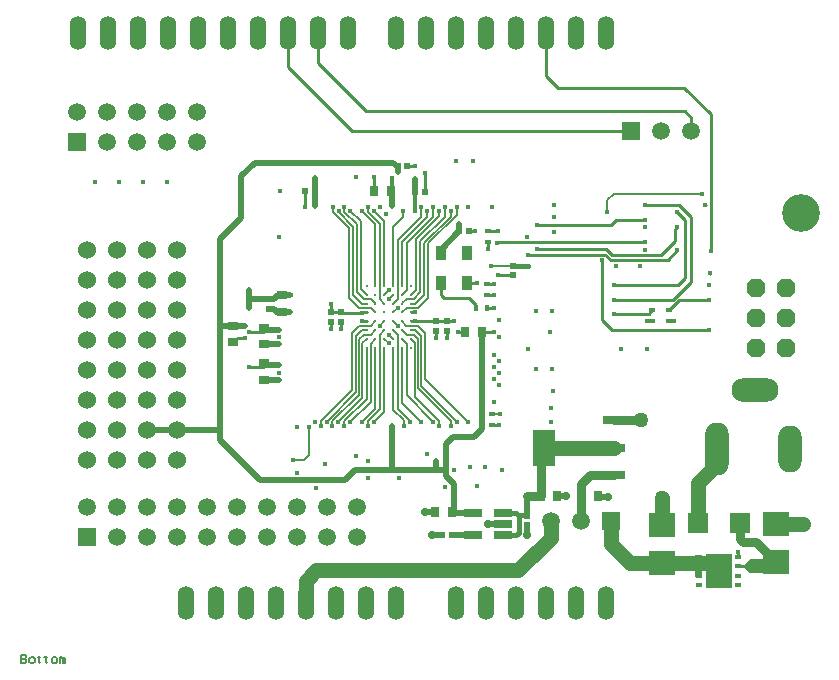
<source format=gbl>
%FSTAX23Y23*%
%MOIN*%
G70*
G01*
G75*
G04 Layer_Physical_Order=4*
G04 Layer_Color=16711680*
%ADD10O,0.071X0.012*%
%ADD11O,0.012X0.071*%
%ADD12O,0.073X0.014*%
%ADD13R,0.081X0.028*%
%ADD14R,0.022X0.018*%
%ADD15R,0.028X0.035*%
%ADD16R,0.035X0.028*%
%ADD17R,0.020X0.020*%
%ADD18R,0.020X0.020*%
%ADD19R,0.018X0.022*%
%ADD20C,0.010*%
%ADD21C,0.005*%
%ADD22C,0.020*%
%ADD23C,0.030*%
%ADD24O,0.157X0.079*%
%ADD25O,0.079X0.157*%
%ADD26O,0.079X0.177*%
%ADD27R,0.059X0.059*%
%ADD28C,0.059*%
%ADD29C,0.060*%
%ADD30P,0.067X8X112.5*%
%ADD31O,0.056X0.112*%
%ADD32C,0.126*%
%ADD33C,0.020*%
%ADD34C,0.016*%
%ADD35C,0.016*%
%ADD36C,0.050*%
%ADD37C,0.028*%
%ADD38C,0.040*%
%ADD39R,0.702X0.254*%
%ADD40O,0.158X0.079*%
%ADD41O,0.079X0.158*%
%ADD42O,0.079X0.178*%
%ADD43C,0.075*%
G04:AMPARAMS|DCode=44|XSize=95.433mil|YSize=95.433mil|CornerRadius=0mil|HoleSize=0mil|Usage=FLASHONLY|Rotation=0.000|XOffset=0mil|YOffset=0mil|HoleType=Round|Shape=Relief|Width=10mil|Gap=10mil|Entries=4|*
%AMTHD44*
7,0,0,0.095,0.075,0.010,45*
%
%ADD44THD44*%
%ADD45C,0.076*%
G04:AMPARAMS|DCode=46|XSize=95.5mil|YSize=95.5mil|CornerRadius=0mil|HoleSize=0mil|Usage=FLASHONLY|Rotation=0.000|XOffset=0mil|YOffset=0mil|HoleType=Round|Shape=Relief|Width=10mil|Gap=10mil|Entries=4|*
%AMTHD46*
7,0,0,0.096,0.076,0.010,45*
%
%ADD46THD46*%
%ADD47C,0.078*%
%ADD48C,0.074*%
%ADD49C,0.166*%
%ADD50C,0.048*%
G04:AMPARAMS|DCode=51|XSize=70mil|YSize=70mil|CornerRadius=0mil|HoleSize=0mil|Usage=FLASHONLY|Rotation=0.000|XOffset=0mil|YOffset=0mil|HoleType=Round|Shape=Relief|Width=10mil|Gap=10mil|Entries=4|*
%AMTHD51*
7,0,0,0.070,0.050,0.010,45*
%
%ADD51THD51*%
%ADD52C,0.068*%
%ADD53C,0.056*%
%AMTHOVALD54*
21,1,0.079,0.099,0,0,180.0*
1,1,0.099,0.039,0.000*
1,1,0.099,-0.039,0.000*
21,0,0.079,0.079,0,0,180.0*
1,0,0.079,0.039,0.000*
1,0,0.079,-0.039,0.000*
4,0,4,0.036,0.004,0.071,0.039,0.078,0.032,0.043,-0.004,0.036,0.004,0.0*
4,0,4,-0.043,0.004,-0.078,-0.032,-0.071,-0.039,-0.036,-0.004,-0.043,0.004,0.0*
4,0,4,0.043,0.004,0.078,-0.032,0.071,-0.039,0.036,-0.004,0.043,0.004,0.0*
4,0,4,-0.036,0.004,-0.071,0.039,-0.078,0.032,-0.043,-0.004,-0.036,0.004,0.0*
%
%ADD54THOVALD54*%

%AMTHOVALD55*
21,1,0.079,0.099,0,0,270.0*
1,1,0.099,0.000,0.039*
1,1,0.099,0.000,-0.039*
21,0,0.079,0.079,0,0,270.0*
1,0,0.079,0.000,0.039*
1,0,0.079,0.000,-0.039*
4,0,4,-0.004,0.036,-0.039,0.071,-0.032,0.078,0.004,0.043,-0.004,0.036,0.0*
4,0,4,-0.004,-0.043,0.032,-0.078,0.039,-0.071,0.004,-0.036,-0.004,-0.043,0.0*
4,0,4,-0.004,0.043,0.032,0.078,0.039,0.071,0.004,0.036,-0.004,0.043,0.0*
4,0,4,-0.004,-0.036,-0.039,-0.071,-0.032,-0.078,0.004,-0.043,-0.004,-0.036,0.0*
%
%ADD55THOVALD55*%

G04:AMPARAMS|DCode=56|XSize=98mil|YSize=98mil|CornerRadius=0mil|HoleSize=0mil|Usage=FLASHONLY|Rotation=0.000|XOffset=0mil|YOffset=0mil|HoleType=Round|Shape=Relief|Width=10mil|Gap=10mil|Entries=4|*
%AMTHD56*
7,0,0,0.098,0.078,0.010,45*
%
%ADD56THD56*%
G04:AMPARAMS|DCode=57|XSize=94mil|YSize=94mil|CornerRadius=0mil|HoleSize=0mil|Usage=FLASHONLY|Rotation=0.000|XOffset=0mil|YOffset=0mil|HoleType=Round|Shape=Relief|Width=10mil|Gap=10mil|Entries=4|*
%AMTHD57*
7,0,0,0.094,0.074,0.010,45*
%
%ADD57THD57*%
G04:AMPARAMS|DCode=58|XSize=88mil|YSize=88mil|CornerRadius=0mil|HoleSize=0mil|Usage=FLASHONLY|Rotation=0.000|XOffset=0mil|YOffset=0mil|HoleType=Round|Shape=Relief|Width=10mil|Gap=10mil|Entries=4|*
%AMTHD58*
7,0,0,0.088,0.068,0.010,45*
%
%ADD58THD58*%
G04:AMPARAMS|DCode=59|XSize=76mil|YSize=76mil|CornerRadius=0mil|HoleSize=0mil|Usage=FLASHONLY|Rotation=0.000|XOffset=0mil|YOffset=0mil|HoleType=Round|Shape=Relief|Width=10mil|Gap=10mil|Entries=4|*
%AMTHD59*
7,0,0,0.076,0.056,0.010,45*
%
%ADD59THD59*%
%ADD60R,0.075X0.031*%
%ADD61R,0.075X0.122*%
%ADD62R,0.063X0.026*%
%ADD63R,0.087X0.118*%
%ADD64R,0.020X0.012*%
%ADD65C,0.012*%
%ADD66R,0.035X0.047*%
%ADD67R,0.067X0.066*%
%ADD68R,0.087X0.079*%
%ADD69C,0.050*%
%ADD70C,0.013*%
%ADD71C,0.015*%
G36*
X03271Y01186D02*
X03247D01*
Y0126D01*
X03271D01*
Y01186D01*
D02*
G37*
G36*
X03477Y01199D02*
X0343D01*
X03412Y01217D01*
Y01228D01*
X03431Y01247D01*
X03477D01*
Y01199D01*
D02*
G37*
D14*
X03105Y02076D02*
D03*
Y0204D02*
D03*
X02556Y02341D02*
D03*
Y02305D02*
D03*
X02555Y02127D02*
D03*
Y02163D02*
D03*
X02571Y01731D02*
D03*
Y01695D02*
D03*
X03161Y02076D02*
D03*
Y0204D02*
D03*
D15*
X02733Y01456D02*
D03*
X02789D02*
D03*
X0238Y01402D02*
D03*
X02436D02*
D03*
X02235Y02474D02*
D03*
X02179D02*
D03*
X02538Y02005D02*
D03*
X02482D02*
D03*
X02867Y01456D02*
D03*
X02923D02*
D03*
D16*
X01812Y019D02*
D03*
Y01844D02*
D03*
Y02018D02*
D03*
Y01962D02*
D03*
X0187Y0207D02*
D03*
Y02126D02*
D03*
X01707Y02025D02*
D03*
Y01969D02*
D03*
D17*
X02437Y01326D02*
D03*
X02405D02*
D03*
X02494Y02341D02*
D03*
X02462D02*
D03*
X02347Y02471D02*
D03*
X02315D02*
D03*
X01949Y02473D02*
D03*
X0198D02*
D03*
X02256Y02558D02*
D03*
X02288D02*
D03*
D18*
X02068Y02069D02*
D03*
Y02037D02*
D03*
X02385Y0204D02*
D03*
Y02008D02*
D03*
X02688Y01391D02*
D03*
Y01359D02*
D03*
X02642Y02193D02*
D03*
Y02225D02*
D03*
X01827Y02113D02*
D03*
Y02081D02*
D03*
X0242Y0204D02*
D03*
Y02008D02*
D03*
X02033Y02069D02*
D03*
Y02037D02*
D03*
D19*
X02517Y02084D02*
D03*
X02553D02*
D03*
D20*
X02571Y01695D02*
X02593D01*
X02593Y01695D02*
X02593Y01695D01*
X0259Y02193D02*
X0259Y02193D01*
X02642D01*
X03282Y02428D02*
X03283D01*
X03156Y02244D02*
X03189Y02277D01*
X02949Y02261D02*
X02966Y02244D01*
X03133Y02259D02*
X03182Y02308D01*
X02972Y02259D02*
X03133D01*
X0295Y02281D02*
X02972Y02259D01*
X02966Y02244D02*
X03156D01*
X02721Y02281D02*
X0295D01*
X02692Y02261D02*
X02949D01*
X03182Y02308D02*
Y02345D01*
X02555Y02282D02*
X02556Y02283D01*
Y02305D01*
X02589Y02341D02*
X0259Y0234D01*
X02556Y02341D02*
X02589D01*
X02385Y01983D02*
Y02008D01*
X0242Y01983D02*
Y02008D01*
Y0204D02*
X02445D01*
X03516Y01362D02*
X0357D01*
X03392Y01271D02*
X03392Y01271D01*
X03392Y01254D02*
Y01271D01*
Y01223D02*
X03416D01*
X0272Y02361D02*
X02967D01*
X02984Y02378D01*
X03195Y0211D02*
X03293D01*
X03161Y02076D02*
X03195Y0211D01*
X03234Y0217D02*
Y02388D01*
X03175Y02111D02*
X03234Y0217D01*
X02977Y02111D02*
X03175D01*
X03094Y02065D02*
X03105Y02076D01*
X02977Y02065D02*
X03094D01*
X03178Y0204D02*
X03179Y02039D01*
X03161Y0204D02*
X03178D01*
X03086Y02039D02*
X03087Y0204D01*
X03105D01*
X02939Y02043D02*
Y02243D01*
X02971Y02011D02*
X03293D01*
X02939Y02043D02*
X02971Y02011D01*
X03194Y02428D02*
X03234Y02388D01*
X03081Y02428D02*
X03194D01*
X02976Y02159D02*
X03191D01*
X03214Y02182D01*
Y02377D01*
X03189Y02402D02*
X03214Y02377D01*
X03182Y02345D02*
X03189Y02352D01*
X02984Y02378D02*
X03081D01*
X0252Y02168D02*
X0252Y02168D01*
X02486Y02168D02*
X0252D01*
X02578Y02084D02*
X02578Y02084D01*
X02553Y02084D02*
X02578D01*
X02517D02*
Y02093D01*
X02494Y02116D02*
X02517Y02093D01*
X0241Y02116D02*
X02494D01*
X024Y02126D02*
X0241Y02116D01*
X024Y02126D02*
Y02168D01*
X02103Y02673D02*
X03035D01*
X03235D02*
Y02717D01*
X03213Y02739D02*
X03235Y02717D01*
X02033Y02071D02*
Y02096D01*
Y02071D02*
X02068D01*
X02072Y02068D02*
X02139D01*
X02068Y02071D02*
X02072Y02068D01*
X02033Y02014D02*
Y02039D01*
X02068Y02014D02*
Y02039D01*
X02382Y02041D02*
X02385Y02037D01*
X02315Y02041D02*
X02382D01*
X02385Y0204D02*
X0242D01*
X023Y02039D02*
X02314D01*
X0214D02*
X02153D01*
X02139Y02041D02*
X0214Y02039D01*
X02139Y02069D02*
X02153D01*
X023D02*
X02314D01*
X02315Y02069D01*
X0189Y02886D02*
X02103Y02673D01*
X0189Y02886D02*
Y03D01*
X0199Y02899D02*
X0215Y02739D01*
X0199Y02899D02*
Y03D01*
X0215Y02739D02*
X03213D01*
X0279Y02817D02*
X03212D01*
X0275Y02857D02*
X0279Y02817D01*
X0275Y02857D02*
Y03D01*
X03212Y02817D02*
X033Y02729D01*
Y02273D02*
Y02729D01*
X01762Y02005D02*
X01809D01*
X01762Y01888D02*
X0181D01*
X01723Y01985D02*
X01747D01*
X01707Y01969D02*
X01723Y01985D01*
X01949Y02422D02*
Y02473D01*
X01948Y02421D02*
X01949Y02422D01*
X02288Y02558D02*
X02314D01*
X02179Y02474D02*
Y02519D01*
X02347Y02471D02*
Y02535D01*
X0308Y02302D02*
X03081Y02303D01*
X02588Y02301D02*
X02589Y02302D01*
X0308D01*
X02538Y02005D02*
X02578D01*
X02457D02*
X02482D01*
X0181Y01888D02*
X01815Y01893D01*
X01809Y02005D02*
X01815Y02011D01*
X02555Y02163D02*
X02578D01*
X02578Y02163D01*
X02555Y02127D02*
X02577D01*
X02577Y02127D01*
X03297Y022D02*
X03299Y02198D01*
X02494Y02341D02*
X02514D01*
D21*
X02359Y02299D02*
X02453Y02394D01*
Y02421D01*
X02639Y02222D02*
X02642Y02225D01*
X02567Y02222D02*
X02639D01*
X02359Y02118D02*
Y02299D01*
X02571Y01731D02*
X02571Y01731D01*
X02598D01*
X02976Y02465D02*
X0327D01*
X02955Y02444D02*
X02976Y02465D01*
X02955Y02402D02*
Y02444D01*
X02143Y02114D02*
X02166D01*
X02182Y02099D01*
X02121Y02136D02*
X02143Y02114D01*
X0204Y02403D02*
Y02421D01*
Y02403D02*
X02094Y02349D01*
Y02118D02*
Y02349D01*
X02079Y02404D02*
Y02421D01*
Y02404D02*
X02121Y02362D01*
Y02136D02*
Y02362D01*
X0206Y02403D02*
X02108Y02355D01*
X0206Y02403D02*
Y02406D01*
X02108Y02127D02*
Y02355D01*
X0204Y02421D02*
X0204Y02421D01*
X02099Y02406D02*
X02133Y02372D01*
X02178Y02406D02*
X02212Y02372D01*
Y02157D02*
Y02372D01*
X02197Y02113D02*
Y02364D01*
X02158Y02403D02*
X02197Y02364D01*
X02158Y02403D02*
Y02421D01*
X02138Y02406D02*
X02182Y02362D01*
Y02157D02*
Y02362D01*
X02241Y02157D02*
Y02352D01*
X02275Y02386D01*
Y02406D01*
X02271Y02157D02*
Y02304D01*
X02354Y02387D01*
Y02406D01*
X02256Y02113D02*
Y0231D01*
X02334Y02388D01*
Y02421D01*
X02286Y02143D02*
Y02299D01*
X02374Y02387D01*
Y02421D01*
X02345Y02127D02*
Y023D01*
X02433Y02388D01*
Y02406D01*
X02332Y02136D02*
Y02307D01*
X02413Y02388D01*
Y02421D01*
X02317Y02145D02*
Y02312D01*
X02394Y02389D01*
Y02406D01*
X02324Y02084D02*
X02359Y02118D01*
X02286Y02084D02*
X02324D01*
X02241Y02098D02*
X02256Y02113D01*
X02271Y02157D02*
X02273Y02159D01*
X02271Y02128D02*
X02286Y02143D01*
X023Y02128D02*
Y02128D01*
X02317Y02145D01*
X02271Y02098D02*
Y02099D01*
X02287Y02114D01*
X0231D02*
X02332Y02136D01*
X02287Y02114D02*
X0231D01*
X023Y02098D02*
X02315D01*
X02345Y02127D01*
X02271Y02069D02*
X02286Y02084D01*
X02059Y01701D02*
X0206Y01702D01*
X02167Y01965D02*
X02182Y0198D01*
X02197Y01995D02*
X02212Y0201D01*
X02168Y02025D02*
X02182Y02039D01*
X02137Y0201D02*
X02153D01*
X02143Y01994D02*
X02166D01*
X02182Y02009D01*
Y0201D01*
X02212Y0198D02*
X02226Y01966D01*
X02227Y01995D02*
X02241Y0198D01*
X02212Y02128D02*
X02226Y02142D01*
X02227Y02113D02*
X02227D01*
X02226Y02142D02*
X02227D01*
X02212Y02128D02*
X02226Y02142D01*
X02182Y02098D02*
Y02099D01*
X02137Y02098D02*
X02153D01*
X02108Y02127D02*
X02137Y02098D01*
X02168Y02083D02*
X02182Y02069D01*
X02129Y02083D02*
X02168D01*
X02094Y02118D02*
X02129Y02083D01*
X02197Y02113D02*
X02212Y02098D01*
X02133Y02148D02*
Y02372D01*
Y02148D02*
X02153Y02128D01*
X02241Y02128D02*
Y02128D01*
X02226Y02113D02*
X02241Y02128D01*
X02129Y02025D02*
X02168D01*
X02241Y02039D02*
X02256Y02025D01*
X02197D02*
X02212Y02039D01*
X02241Y02069D02*
X02256Y02083D01*
X02079Y01689D02*
Y01706D01*
X02139Y01966D02*
X02153Y0198D01*
X02129Y01979D02*
X02143Y01994D01*
X02119Y01991D02*
X02137Y0201D01*
X02105Y02D02*
X02129Y02025D01*
X02059Y01704D02*
X02139Y01783D01*
Y01966D01*
X02153Y0178D02*
Y01951D01*
X02079Y01706D02*
X02153Y0178D01*
X02099Y01704D02*
X02167Y01771D01*
Y01965D01*
X02177Y01704D02*
X02212Y01738D01*
Y01951D01*
X02197Y01746D02*
Y01995D01*
X02158Y01689D02*
Y01707D01*
X02197Y01746D01*
X02138Y01704D02*
X02182Y01748D01*
Y01951D01*
X02129Y01795D02*
Y01979D01*
X02039Y01689D02*
Y01706D01*
X02129Y01795D01*
X0202Y01704D02*
X02119Y01802D01*
Y01991D01*
X02001Y01689D02*
Y01707D01*
X02105Y01811D01*
Y02D01*
X02324Y02025D02*
X02348Y02D01*
X02315Y0201D02*
X02334Y01991D01*
X0231Y01994D02*
X02324Y01979D01*
X023Y0198D02*
X02314Y01966D01*
X02285Y02025D02*
X02324D01*
X02271Y02009D02*
Y0201D01*
Y02009D02*
X02287Y01994D01*
X0231D01*
X023Y0201D02*
X02315D01*
X02271Y02039D02*
X02285Y02025D01*
X02241Y0201D02*
X02256Y01995D01*
X02271Y0198D02*
X02286Y01965D01*
X02271Y01768D02*
X02335Y01704D01*
X02271Y01768D02*
Y01951D01*
X02348Y01848D02*
X02492Y01704D01*
X02348Y01848D02*
Y02D01*
X02286Y01792D02*
X02374Y01704D01*
X02286Y01792D02*
Y01965D01*
X02296Y01704D02*
Y01706D01*
X02256Y01746D02*
X02296Y01706D01*
X02256Y01746D02*
Y01995D01*
X02276Y01689D02*
Y0171D01*
X02241Y01745D02*
X02276Y0171D01*
X02241Y01745D02*
Y01951D01*
X02394Y01689D02*
Y01706D01*
X02314Y01786D02*
X02394Y01706D01*
X02314Y01786D02*
Y01966D01*
X02433Y01689D02*
Y01707D01*
X02324Y01816D02*
X02433Y01707D01*
X02324Y01816D02*
Y01979D01*
X02334Y01822D02*
X02453Y01704D01*
X02334Y01822D02*
Y01991D01*
X02334Y02421D02*
X02339D01*
X02334D02*
X02334Y02421D01*
X01908Y01577D02*
X01944D01*
X0196Y01593D01*
Y01688D01*
X01Y00928D02*
Y009D01*
X01014D01*
X01019Y00905D01*
Y00909D01*
X01014Y00914D01*
X01D01*
X01014D01*
X01019Y00919D01*
Y00923D01*
X01014Y00928D01*
X01D01*
X01033Y009D02*
X01042D01*
X01047Y00905D01*
Y00914D01*
X01042Y00919D01*
X01033D01*
X01028Y00914D01*
Y00905D01*
X01033Y009D01*
X01061Y00923D02*
Y00919D01*
X01056D01*
X01065D01*
X01061D01*
Y00905D01*
X01065Y009D01*
X01084Y00923D02*
Y00919D01*
X01079D01*
X01089D01*
X01084D01*
Y00905D01*
X01089Y009D01*
X01107D02*
X01117D01*
X01121Y00905D01*
Y00914D01*
X01117Y00919D01*
X01107D01*
X01103Y00914D01*
Y00905D01*
X01107Y009D01*
X01131D02*
Y00919D01*
X01135D01*
X0114Y00914D01*
Y009D01*
Y00914D01*
X01145Y00919D01*
X01149Y00914D01*
Y009D01*
D22*
X02384Y01543D02*
X02417D01*
X02511Y01654D02*
X02538Y01681D01*
X02442Y01654D02*
X02511D01*
X02417Y01629D02*
X02442Y01654D01*
X02417Y01543D02*
Y01629D01*
X02443Y01409D02*
Y01496D01*
X02417Y01522D02*
X02443Y01496D01*
X02417Y01522D02*
Y01543D01*
X02437Y01326D02*
X02484D01*
X02484Y01326D02*
X02509D01*
X02484D02*
X02484Y01326D01*
X02437D02*
X02462D01*
X02789Y01456D02*
X02819D01*
X02557Y01363D02*
X02607D01*
X02556Y01364D02*
X02557Y01363D01*
X02688Y01327D02*
Y01359D01*
X02372Y01326D02*
X02405D01*
X02923Y01454D02*
X02956D01*
X02687Y01395D02*
Y01456D01*
X01666Y02025D02*
X01707D01*
X02436Y014D02*
X02509D01*
X02348Y01402D02*
X0238D01*
X02348Y01402D02*
X02348Y01402D01*
X01714Y02025D02*
X01747D01*
X02256Y02536D02*
Y02552D01*
X02241Y02567D02*
X02256Y02552D01*
X01735Y02522D02*
X0178Y02567D01*
X01735Y02384D02*
Y02522D01*
X01664Y02313D02*
X01735Y02384D01*
X0178Y02567D02*
X02241D01*
X01664Y01644D02*
X01798Y0151D01*
X02436Y01402D02*
X02443Y01409D01*
X02384Y01543D02*
Y01572D01*
X02237Y01543D02*
X02384D01*
X02237D02*
Y01689D01*
X0208Y0151D02*
X02113Y01543D01*
X02237D01*
X0198Y02422D02*
Y02473D01*
Y02517D01*
X02315Y02471D02*
Y02515D01*
X02236Y02425D02*
Y02484D01*
X01798Y0151D02*
X0208D01*
X0187Y02126D02*
X01897D01*
X01812Y01844D02*
X01862D01*
X01815Y01893D02*
X01862D01*
X01815Y02011D02*
X01862D01*
X01812Y01962D02*
X01862D01*
X01763Y02113D02*
X01827D01*
X01762Y02114D02*
X01763Y02113D01*
X01762Y02084D02*
Y02114D01*
Y02143D01*
X01827Y02081D02*
X01843D01*
X01858Y02066D01*
Y02071D02*
X01897D01*
X01827Y02113D02*
X01844D01*
X01857Y02126D02*
X0187D01*
X01844Y02113D02*
X01857Y02126D01*
X02538Y01681D02*
Y02005D01*
X024Y02266D02*
Y02278D01*
X02462Y02341D01*
Y02362D01*
X01422Y01676D02*
X01522D01*
X01664D01*
Y02313D01*
Y01644D02*
Y01676D01*
D23*
X02733Y01456D02*
Y01607D01*
X02745Y01618D01*
X02897Y01527D02*
X02977D01*
X02867Y01497D02*
X02897Y01527D01*
X02867Y01456D02*
Y01497D01*
X02867Y01456D02*
X02867Y01456D01*
X02867Y01375D02*
Y01456D01*
X02977Y01709D02*
X03068D01*
X0345Y01302D02*
X03516Y01236D01*
X03408Y01302D02*
X0345D01*
X03396Y01314D02*
X03408Y01302D01*
X03396Y01314D02*
Y01366D01*
X02687Y01456D02*
X02733D01*
D24*
X03447Y01811D02*
D03*
D25*
X03565Y01614D02*
D03*
D26*
X03321D02*
D03*
D27*
X0122Y01321D02*
D03*
X01187Y02638D02*
D03*
X03035Y02673D02*
D03*
X02967Y01375D02*
D03*
D28*
X0122Y01421D02*
D03*
X0132Y01321D02*
D03*
Y01421D02*
D03*
X0142Y01321D02*
D03*
Y01421D02*
D03*
X0152Y01321D02*
D03*
Y01421D02*
D03*
X0162Y01321D02*
D03*
Y01421D02*
D03*
X0172Y01321D02*
D03*
Y01421D02*
D03*
X0182Y01321D02*
D03*
Y01421D02*
D03*
X0192Y01321D02*
D03*
Y01421D02*
D03*
X0202Y01321D02*
D03*
Y01421D02*
D03*
X0212Y01321D02*
D03*
Y01421D02*
D03*
X01187Y02738D02*
D03*
X01287Y02638D02*
D03*
Y02738D02*
D03*
X01387Y02638D02*
D03*
Y02738D02*
D03*
X01487Y02638D02*
D03*
Y02738D02*
D03*
X01587Y02638D02*
D03*
Y02738D02*
D03*
X03235Y02673D02*
D03*
X03135D02*
D03*
X02767Y01375D02*
D03*
X02867D02*
D03*
D29*
X01422Y02276D02*
D03*
Y02176D02*
D03*
Y01976D02*
D03*
Y01876D02*
D03*
X01322Y02276D02*
D03*
Y02176D02*
D03*
Y01976D02*
D03*
Y01876D02*
D03*
X01222Y02276D02*
D03*
Y02176D02*
D03*
Y01976D02*
D03*
Y01876D02*
D03*
X01522D02*
D03*
Y01976D02*
D03*
Y02176D02*
D03*
Y02276D02*
D03*
X01422Y01776D02*
D03*
X01322D02*
D03*
X01222D02*
D03*
X01522D02*
D03*
X01422Y02076D02*
D03*
X01322D02*
D03*
X01222D02*
D03*
X01522D02*
D03*
Y01676D02*
D03*
Y01576D02*
D03*
X01222D02*
D03*
Y01676D02*
D03*
X01322Y01576D02*
D03*
Y01676D02*
D03*
X01422Y01576D02*
D03*
Y01676D02*
D03*
D30*
X0345Y0215D02*
D03*
X0355D02*
D03*
X0345Y0205D02*
D03*
X0355D02*
D03*
X0345Y0195D02*
D03*
X0355D02*
D03*
D31*
X0209Y03D02*
D03*
X0199D02*
D03*
X0189D02*
D03*
X0179D02*
D03*
X0169D02*
D03*
X0159D02*
D03*
X0149D02*
D03*
X0139D02*
D03*
X0129D02*
D03*
X0119D02*
D03*
X0295D02*
D03*
X0285D02*
D03*
X0275D02*
D03*
X0265D02*
D03*
X0255D02*
D03*
X0245D02*
D03*
X0235D02*
D03*
X0225D02*
D03*
X0245Y011D02*
D03*
X0255D02*
D03*
X0265D02*
D03*
X0275D02*
D03*
X0285D02*
D03*
X0295D02*
D03*
X0155D02*
D03*
X0165D02*
D03*
X0175D02*
D03*
X0185D02*
D03*
X0195D02*
D03*
X0205D02*
D03*
X0215D02*
D03*
X0225D02*
D03*
D32*
X036Y024D02*
D03*
D33*
X03327Y01179D02*
D03*
Y01235D02*
D03*
X03307Y01207D02*
D03*
X03347D02*
D03*
D34*
X02593Y01695D02*
D03*
X0259Y02193D02*
D03*
X02216Y02397D02*
D03*
X02236Y02425D02*
D03*
X03282Y02428D02*
D03*
X03Y01948D02*
D03*
X03081Y02277D02*
D03*
X02444Y01544D02*
D03*
X02603Y01543D02*
D03*
X02598Y01731D02*
D03*
X02769Y01703D02*
D03*
Y0175D02*
D03*
X02556Y02281D02*
D03*
X03293Y02161D02*
D03*
X02385Y01983D02*
D03*
X0242D02*
D03*
X02445Y0204D02*
D03*
X02688Y01412D02*
D03*
X02708Y01456D02*
D03*
X02687Y01456D02*
D03*
X03392Y01271D02*
D03*
X02776Y02336D02*
D03*
X02777Y02387D02*
D03*
X0272Y02361D02*
D03*
X02686Y0232D02*
D03*
X02776Y02426D02*
D03*
X0327Y02465D02*
D03*
X02955Y02402D02*
D03*
X03293Y0211D02*
D03*
X03179Y02039D02*
D03*
X03086D02*
D03*
X02977Y02065D02*
D03*
X03086Y01948D02*
D03*
X02939Y02243D02*
D03*
X03293Y02011D02*
D03*
X02977Y02111D02*
D03*
X02976Y02159D02*
D03*
X03081Y02303D02*
D03*
X03189Y02352D02*
D03*
X03081Y02353D02*
D03*
X02692Y02261D02*
D03*
X02721Y02281D02*
D03*
X03081Y02428D02*
D03*
Y02378D02*
D03*
X03189Y02402D02*
D03*
Y02277D02*
D03*
X02691Y01946D02*
D03*
X0252Y02168D02*
D03*
X02571Y02421D02*
D03*
X0186Y02321D02*
D03*
X02578Y02163D02*
D03*
Y01769D02*
D03*
X02593Y01828D02*
D03*
X02578Y01888D02*
D03*
Y01848D02*
D03*
Y02084D02*
D03*
X02593Y01868D02*
D03*
Y01907D02*
D03*
X02578Y01927D02*
D03*
X01981Y01704D02*
D03*
X02118Y0159D02*
D03*
X0204Y02421D02*
D03*
X0206Y02406D02*
D03*
X02079Y02421D02*
D03*
X02099Y02406D02*
D03*
X02197Y02421D02*
D03*
X02178Y02406D02*
D03*
X02138D02*
D03*
X02158Y02421D02*
D03*
X02354Y02406D02*
D03*
X02374Y02421D02*
D03*
X02394Y02406D02*
D03*
X02433D02*
D03*
X02413Y02421D02*
D03*
X02453D02*
D03*
X02033Y02096D02*
D03*
Y02014D02*
D03*
X02068D02*
D03*
X02118Y02519D02*
D03*
X01747Y02025D02*
D03*
X0259Y0234D02*
D03*
X02335Y01704D02*
D03*
X02374D02*
D03*
X02394Y01689D02*
D03*
X02492Y01704D02*
D03*
X02453D02*
D03*
X02433Y01689D02*
D03*
X02158D02*
D03*
X02138Y01704D02*
D03*
X02177D02*
D03*
X02099D02*
D03*
X02079Y01689D02*
D03*
X02315Y02041D02*
D03*
X02227Y01966D02*
D03*
Y01995D02*
D03*
X02226Y02113D02*
D03*
X02227Y02142D02*
D03*
X02139Y02068D02*
D03*
X02315Y02069D02*
D03*
X02256Y02025D02*
D03*
X02197Y02024D02*
D03*
X02256Y02084D02*
D03*
X02001Y01689D02*
D03*
X0202Y01704D02*
D03*
X02059D02*
D03*
X02039Y01689D02*
D03*
X02139Y02041D02*
D03*
X02296Y01704D02*
D03*
X02276Y01689D02*
D03*
X02237D02*
D03*
X01921Y01688D02*
D03*
X0192Y01533D02*
D03*
X02384Y01572D02*
D03*
X02414Y01486D02*
D03*
X01862Y01893D02*
D03*
Y01962D02*
D03*
X02256Y02536D02*
D03*
X01865Y02474D02*
D03*
X01948Y02421D02*
D03*
X02314Y02558D02*
D03*
X02334Y02421D02*
D03*
X0198Y02517D02*
D03*
X02315Y02515D02*
D03*
X02275Y02406D02*
D03*
X02179Y02519D02*
D03*
X02347Y02535D02*
D03*
X02588Y02301D02*
D03*
X02578Y02005D02*
D03*
X02457Y02005D02*
D03*
X02691Y02222D02*
D03*
X02157Y01517D02*
D03*
Y01572D02*
D03*
X02015Y01564D02*
D03*
X01985Y01485D02*
D03*
X02261Y01517D02*
D03*
X019Y02127D02*
D03*
X01897Y02071D02*
D03*
X01862Y01844D02*
D03*
Y01868D02*
D03*
Y02011D02*
D03*
Y01986D02*
D03*
X02548Y01552D02*
D03*
X02496D02*
D03*
X02355Y01596D02*
D03*
X02522Y01489D02*
D03*
X02716Y01879D02*
D03*
X02772D02*
D03*
X02775Y01808D02*
D03*
X02593Y01986D02*
D03*
X02716Y02072D02*
D03*
X02492Y02421D02*
D03*
X02451Y02572D02*
D03*
X02593Y02045D02*
D03*
X02772Y02072D02*
D03*
X02764Y02002D02*
D03*
X02577Y02127D02*
D03*
X02462Y02362D02*
D03*
X033Y02273D02*
D03*
X03297Y022D02*
D03*
X03063Y02222D02*
D03*
X02983D02*
D03*
X01406Y02504D02*
D03*
X01326Y02504D02*
D03*
X01246D02*
D03*
X01487Y02505D02*
D03*
X01747Y01985D02*
D03*
X01908Y01577D02*
D03*
X0196Y01688D02*
D03*
X02507Y02572D02*
D03*
X02514Y02341D02*
D03*
D35*
X02236Y02518D02*
D03*
X02567Y02222D02*
D03*
X01762Y02143D02*
D03*
X01762Y02084D02*
D03*
X01762Y01888D02*
D03*
X0198Y02422D02*
D03*
X02315Y02406D02*
D03*
X01762Y02005D02*
D03*
D36*
X03068Y01709D02*
D03*
X03607Y01362D02*
D03*
X03138Y01451D02*
D03*
D37*
X02688Y01327D02*
D03*
X02819Y01456D02*
D03*
X02556Y01364D02*
D03*
X02956Y01454D02*
D03*
X02372Y01326D02*
D03*
X02348Y01402D02*
D03*
D60*
X02977Y01709D02*
D03*
Y01618D02*
D03*
Y01527D02*
D03*
D61*
X02745Y01618D02*
D03*
D62*
X02509Y014D02*
D03*
Y01326D02*
D03*
X02607D02*
D03*
Y01363D02*
D03*
Y014D02*
D03*
D63*
X03327Y01207D02*
D03*
D64*
X03262Y01254D02*
D03*
Y01223D02*
D03*
Y01191D02*
D03*
Y0116D02*
D03*
X03392D02*
D03*
Y01191D02*
D03*
Y01223D02*
D03*
Y01254D02*
D03*
D65*
X02153Y01951D02*
D03*
X02182D02*
D03*
X02212D02*
D03*
X02241D02*
D03*
X02271D02*
D03*
X023D02*
D03*
X02153Y0198D02*
D03*
X02182D02*
D03*
X02212D02*
D03*
X02241D02*
D03*
X02271D02*
D03*
X023D02*
D03*
X02153Y0201D02*
D03*
X02182D02*
D03*
X02212D02*
D03*
X02241D02*
D03*
X02271D02*
D03*
X023D02*
D03*
X02153Y02039D02*
D03*
X02182D02*
D03*
X02212D02*
D03*
X02241D02*
D03*
X02271D02*
D03*
X023D02*
D03*
X02153Y02069D02*
D03*
X02182D02*
D03*
X02212D02*
D03*
X02241D02*
D03*
X02271D02*
D03*
X023D02*
D03*
X02153Y02098D02*
D03*
X02182D02*
D03*
X02212D02*
D03*
X02241D02*
D03*
X02271D02*
D03*
X023D02*
D03*
X02153Y02128D02*
D03*
X02182D02*
D03*
X02212D02*
D03*
X02241D02*
D03*
X02271D02*
D03*
X023D02*
D03*
X02153Y02157D02*
D03*
X02182D02*
D03*
X02212D02*
D03*
X02241D02*
D03*
X02271D02*
D03*
X023D02*
D03*
D66*
X024Y02168D02*
D03*
Y02266D02*
D03*
X02486Y02168D02*
D03*
Y02266D02*
D03*
D67*
X03256Y01366D02*
D03*
X03396D02*
D03*
D68*
X03516Y01362D02*
D03*
Y01236D02*
D03*
X03138Y0136D02*
D03*
Y01234D02*
D03*
D69*
X03247Y01235D02*
X03327D01*
X03256Y015D02*
X03321Y01565D01*
X03256Y01366D02*
Y015D01*
X02767Y01318D02*
Y01375D01*
X02745Y01618D02*
X02977D01*
X02967Y01297D02*
Y01375D01*
Y01297D02*
X0303Y01234D01*
X03138D01*
X03246D01*
X03516Y01362D02*
X03607D01*
X03138Y0136D02*
Y01451D01*
X02658Y01209D02*
X02767Y01318D01*
X0195Y011D02*
Y01175D01*
X01984Y01209D01*
X02658D01*
D70*
X02236Y02484D02*
Y02518D01*
X02315Y0247D02*
X02315Y02471D01*
X02315Y02406D02*
Y0247D01*
Y02406D02*
X02315Y02406D01*
D71*
X02645Y02222D02*
X02691D01*
X0266Y01335D02*
Y01391D01*
X02651Y01326D02*
X0266Y01335D01*
X02607Y01326D02*
X02651D01*
X02651Y014D02*
X0266Y01391D01*
X02607Y014D02*
X02651D01*
X02658Y01393D02*
X02686D01*
X02642Y02225D02*
X02645Y02222D01*
M02*

</source>
